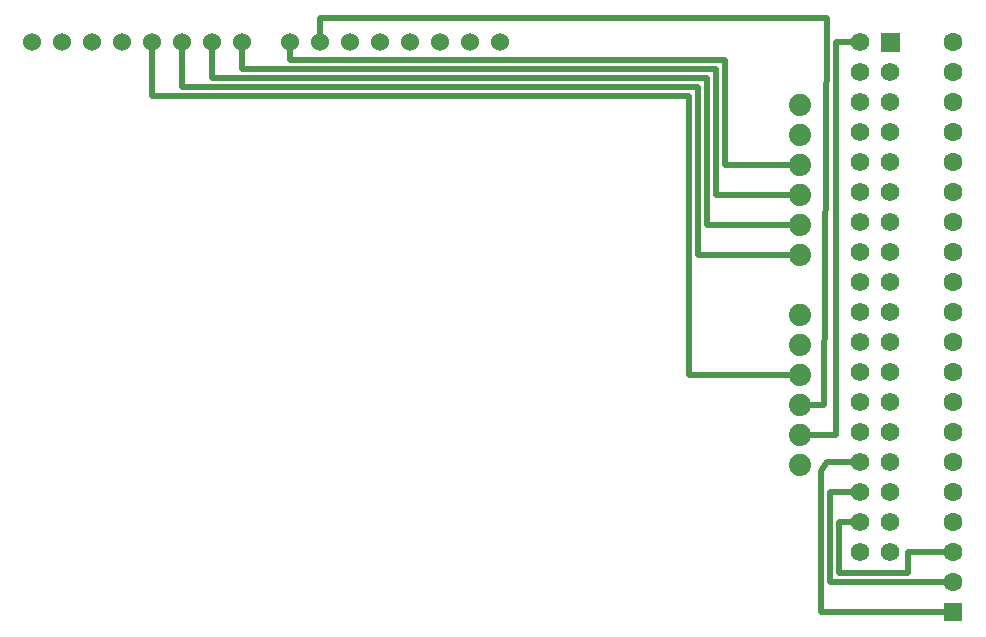
<source format=gtl>
G04 Layer: TopLayer*
G04 EasyEDA v6.5.3, 2022-05-11 10:11:48*
G04 0613da1d9abe436da45d8866ec44bb36,be635ba5e1a24524a6f9dddda72dafc0,10*
G04 Gerber Generator version 0.2*
G04 Scale: 100 percent, Rotated: No, Reflected: No *
G04 Dimensions in millimeters *
G04 leading zeros omitted , absolute positions ,4 integer and 5 decimal *
%FSLAX45Y45*%
%MOMM*%

%ADD11C,0.5080*%
%ADD12C,1.5700*%
%ADD14C,1.5240*%
%ADD15C,1.6000*%
%ADD16R,1.6000X1.6000*%
%ADD17C,1.8796*%

%LPD*%
D11*
X-83312000Y62230000D02*
G01*
X-83591400Y62230000D01*
X-83642200Y62153800D01*
X-83642200Y60960000D01*
X-82499200Y60960000D01*
X-83312000Y61976000D02*
G01*
X-83566000Y61976000D01*
X-83566000Y61214000D01*
X-82524600Y61214000D01*
X-83312000Y61722000D02*
G01*
X-83489800Y61722000D01*
X-83489800Y61290200D01*
X-82905600Y61290200D01*
X-82905600Y61468000D01*
X-82524600Y61468000D01*
X-88138000Y65786000D02*
G01*
X-88138000Y65633600D01*
X-84455000Y65633600D01*
X-84455000Y64744600D01*
X-83820000Y64744600D01*
X-83820000Y62966600D02*
G01*
X-84759800Y62966600D01*
X-84759800Y65328800D01*
X-89306400Y65328800D01*
X-89306400Y65786000D01*
X-83820000Y62712600D02*
G01*
X-83616800Y62712600D01*
X-83591400Y65989200D01*
X-87884000Y65989200D01*
X-87884000Y65786000D01*
X-83820000Y62458600D02*
G01*
X-83515200Y62458600D01*
X-83515200Y65786000D01*
X-83312000Y65786000D01*
X-88544400Y65786000D02*
G01*
X-88544400Y65557400D01*
X-84531200Y65557400D01*
X-84531200Y64490600D01*
X-83820000Y64490600D01*
X-89052400Y65786000D02*
G01*
X-89052400Y65405000D01*
X-84683600Y65405000D01*
X-84683600Y63982600D01*
X-83820000Y63982600D01*
X-88798400Y65786000D02*
G01*
X-88798400Y65481200D01*
X-84607400Y65481200D01*
X-84607400Y64236600D01*
X-83820000Y64236600D01*
D12*
G01*
X-83312000Y65786000D03*
G36*
X-82979488Y65864511D02*
G01*
X-83136511Y65864511D01*
X-83136511Y65707488D01*
X-82979488Y65707488D01*
G37*
G01*
X-83058000Y65532000D03*
G01*
X-83312000Y65532000D03*
G01*
X-83058000Y65278000D03*
G01*
X-83312000Y65278000D03*
G01*
X-83058000Y65024000D03*
G01*
X-83312000Y65024000D03*
G01*
X-83058000Y64770000D03*
G01*
X-83312000Y64770000D03*
G01*
X-83058000Y64516000D03*
G01*
X-83312000Y64516000D03*
G01*
X-83058000Y64262000D03*
G01*
X-83312000Y64262000D03*
G01*
X-83058000Y64008000D03*
G01*
X-83312000Y64008000D03*
G01*
X-83058000Y63754000D03*
G01*
X-83312000Y63754000D03*
G01*
X-83058000Y63500000D03*
G01*
X-83312000Y63500000D03*
G01*
X-83058000Y63246000D03*
G01*
X-83312000Y63246000D03*
G01*
X-83058000Y62992000D03*
G01*
X-83312000Y62992000D03*
G01*
X-83058000Y62738000D03*
G01*
X-83312000Y62738000D03*
G01*
X-83058000Y62484000D03*
G01*
X-83312000Y62484000D03*
G01*
X-83058000Y62230000D03*
G01*
X-83312000Y62230000D03*
G01*
X-83058000Y61976000D03*
G01*
X-83312000Y61976000D03*
G01*
X-83058000Y61722000D03*
G01*
X-83312000Y61722000D03*
G01*
X-83058000Y61468000D03*
G01*
X-83312000Y61468000D03*
D14*
G01*
X-86360000Y65786000D03*
G01*
X-86614000Y65786000D03*
G01*
X-86868000Y65786000D03*
G01*
X-87122000Y65786000D03*
G01*
X-87376000Y65786000D03*
G01*
X-87630000Y65786000D03*
G01*
X-87884000Y65786000D03*
G01*
X-88138000Y65786000D03*
G01*
X-88544400Y65786000D03*
G01*
X-88798400Y65786000D03*
G01*
X-89052400Y65786000D03*
G01*
X-89306400Y65786000D03*
G01*
X-89560400Y65786000D03*
G01*
X-89814400Y65786000D03*
G01*
X-90068400Y65786000D03*
G01*
X-90322400Y65786000D03*
D15*
G01*
X-82524600Y65786000D03*
G01*
X-82524600Y65532000D03*
G01*
X-82524600Y65278000D03*
G01*
X-82524600Y65024000D03*
G01*
X-82524600Y64770000D03*
G01*
X-82524600Y64516000D03*
G01*
X-82524600Y64262000D03*
G01*
X-82524600Y64008000D03*
G01*
X-82524600Y63754000D03*
G01*
X-82524600Y63500000D03*
G01*
X-82524600Y63246000D03*
G01*
X-82524600Y62992000D03*
G01*
X-82524600Y62738000D03*
G01*
X-82524600Y62484000D03*
G01*
X-82524600Y62230000D03*
G01*
X-82524600Y61976000D03*
G01*
X-82524600Y61722000D03*
G01*
X-82524600Y61468000D03*
G01*
X-82524600Y61214000D03*
D16*
G01*
X-82524600Y60960000D03*
D17*
G01*
X-83820000Y62204600D03*
G01*
X-83820000Y62458600D03*
G01*
X-83820000Y62712600D03*
G01*
X-83820000Y62966600D03*
G01*
X-83820000Y63220600D03*
G01*
X-83820000Y63474600D03*
G01*
X-83820000Y63982600D03*
G01*
X-83820000Y64236600D03*
G01*
X-83820000Y64490600D03*
G01*
X-83820000Y64744600D03*
G01*
X-83820000Y64998600D03*
G01*
X-83820000Y65252600D03*
M02*

</source>
